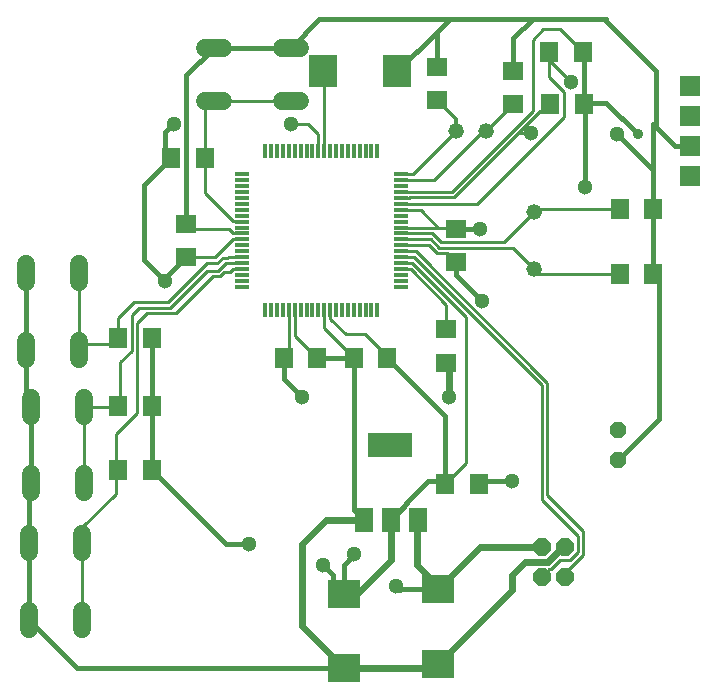
<source format=gbr>
G04 EAGLE Gerber RS-274X export*
G75*
%MOMM*%
%FSLAX34Y34*%
%LPD*%
%INTop Copper*%
%IPPOS*%
%AMOC8*
5,1,8,0,0,1.08239X$1,22.5*%
G01*
%ADD10R,1.800000X1.600000*%
%ADD11R,2.800000X2.400000*%
%ADD12R,1.600000X1.800000*%
%ADD13R,2.400000X2.800000*%
%ADD14R,1.200000X0.300000*%
%ADD15R,0.300000X1.200000*%
%ADD16R,1.498600X2.006600*%
%ADD17R,3.810000X2.006600*%
%ADD18C,1.524000*%
%ADD19P,1.429621X8X292.500000*%
%ADD20C,1.320800*%
%ADD21R,1.600000X1.803000*%
%ADD22R,1.803000X1.600000*%
%ADD23P,1.578125X8X112.500000*%
%ADD24R,1.705100X1.705100*%
%ADD25C,0.254000*%
%ADD26C,0.457200*%
%ADD27C,0.609600*%
%ADD28C,0.406400*%
%ADD29C,1.300000*%
%ADD30C,0.304800*%
%ADD31C,0.906400*%


D10*
X177800Y375890D03*
X177800Y403890D03*
D11*
X391160Y95000D03*
X391160Y32000D03*
X311150Y91190D03*
X311150Y28190D03*
D12*
X260320Y290830D03*
X288320Y290830D03*
D10*
X406400Y372080D03*
X406400Y400080D03*
D12*
X348010Y290830D03*
X320010Y290830D03*
D13*
X293620Y533400D03*
X356620Y533400D03*
D12*
X544800Y361950D03*
X572800Y361950D03*
X544800Y416560D03*
X572800Y416560D03*
D10*
X389890Y509240D03*
X389890Y537240D03*
X454660Y505430D03*
X454660Y533430D03*
D14*
X224850Y446280D03*
X224850Y441280D03*
X224850Y436280D03*
X224850Y431280D03*
X224850Y426280D03*
X224850Y421280D03*
X224850Y416280D03*
X224850Y411280D03*
X224850Y406280D03*
X224850Y401280D03*
X224850Y396280D03*
X224850Y391280D03*
X224850Y386280D03*
X224850Y381280D03*
X224850Y376280D03*
X224850Y371280D03*
X224850Y366280D03*
X224850Y361280D03*
X224850Y356280D03*
X224850Y351280D03*
D15*
X244600Y331530D03*
X249600Y331530D03*
X254600Y331530D03*
X259600Y331530D03*
X264600Y331530D03*
X269600Y331530D03*
X274600Y331530D03*
X279600Y331530D03*
X284600Y331530D03*
X289600Y331530D03*
X294600Y331530D03*
X299600Y331530D03*
X304600Y331530D03*
X309600Y331530D03*
X314600Y331530D03*
X319600Y331530D03*
X324600Y331530D03*
X329600Y331530D03*
X334600Y331530D03*
X339600Y331530D03*
D14*
X359350Y351280D03*
X359350Y356280D03*
X359350Y361280D03*
X359350Y366280D03*
X359350Y371280D03*
X359350Y376280D03*
X359350Y381280D03*
X359350Y386280D03*
X359350Y391280D03*
X359350Y396280D03*
X359350Y401280D03*
X359350Y406280D03*
X359350Y411280D03*
X359350Y416280D03*
X359350Y421280D03*
X359350Y426280D03*
X359350Y431280D03*
X359350Y436280D03*
X359350Y441280D03*
X359350Y446280D03*
D15*
X339600Y466030D03*
X334600Y466030D03*
X329600Y466030D03*
X324600Y466030D03*
X319600Y466030D03*
X314600Y466030D03*
X309600Y466030D03*
X304600Y466030D03*
X299600Y466030D03*
X294600Y466030D03*
X289600Y466030D03*
X284600Y466030D03*
X279600Y466030D03*
X274600Y466030D03*
X269600Y466030D03*
X264600Y466030D03*
X259600Y466030D03*
X254600Y466030D03*
X249600Y466030D03*
X244600Y466030D03*
D16*
X327914Y153924D03*
X350774Y153924D03*
X373634Y153924D03*
D17*
X350520Y216916D03*
D18*
X89916Y141732D02*
X89916Y126492D01*
X44704Y126492D02*
X44704Y141732D01*
X89916Y76708D02*
X89916Y61468D01*
X44704Y61468D02*
X44704Y76708D01*
D19*
X543560Y229870D03*
X543560Y204470D03*
D20*
X472440Y365760D03*
X472440Y414020D03*
X406400Y482600D03*
X431800Y482600D03*
D21*
X164850Y459740D03*
X193290Y459740D03*
D22*
X397510Y286770D03*
X397510Y315210D03*
D21*
X148840Y195580D03*
X120400Y195580D03*
X397260Y184150D03*
X425700Y184150D03*
X514600Y505460D03*
X486160Y505460D03*
X148840Y307340D03*
X120400Y307340D03*
X148840Y250190D03*
X120400Y250190D03*
X513330Y549910D03*
X484890Y549910D03*
D18*
X273812Y508254D02*
X258572Y508254D01*
X258572Y553466D02*
X273812Y553466D01*
X208788Y508254D02*
X193548Y508254D01*
X193548Y553466D02*
X208788Y553466D01*
X87376Y370332D02*
X87376Y355092D01*
X42164Y355092D02*
X42164Y370332D01*
X87376Y305308D02*
X87376Y290068D01*
X42164Y290068D02*
X42164Y305308D01*
X91186Y257302D02*
X91186Y242062D01*
X45974Y242062D02*
X45974Y257302D01*
X91186Y192278D02*
X91186Y177038D01*
X45974Y177038D02*
X45974Y192278D01*
D23*
X478680Y130610D03*
X478680Y105610D03*
X498680Y105610D03*
X498680Y130610D03*
D24*
X604520Y444500D03*
X604520Y469900D03*
X604520Y495300D03*
X604520Y520700D03*
D25*
X391160Y401280D02*
X359350Y401280D01*
X391160Y401280D02*
X405200Y401280D01*
X406400Y400080D01*
X224850Y396280D02*
X224652Y396478D01*
X217482Y396478D01*
X213910Y400050D01*
X269600Y331530D02*
X269600Y309550D01*
X288320Y290830D01*
X294600Y316240D02*
X294600Y331530D01*
X294600Y316240D02*
X320010Y290830D01*
D26*
X391160Y32000D02*
X387350Y28190D01*
D27*
X311150Y28190D01*
D26*
X572800Y361950D02*
X572800Y416560D01*
X320010Y290830D02*
X288320Y290830D01*
X320010Y290830D02*
X320010Y161828D01*
X327914Y153924D01*
X454660Y533430D02*
X454660Y561340D01*
X471170Y577850D01*
X266192Y553466D02*
X201168Y553466D01*
X471170Y577850D02*
X533400Y577850D01*
X572800Y488950D02*
X572800Y444500D01*
X572800Y416560D01*
X572800Y361950D02*
X577850Y356900D01*
X577850Y238760D01*
X543560Y204470D01*
D28*
X471170Y577850D02*
X401070Y577850D01*
D26*
X391670Y568450D01*
X290576Y577850D02*
X266192Y553466D01*
D28*
X290576Y577850D02*
X401070Y577850D01*
D27*
X296164Y153924D02*
X275590Y133350D01*
X275590Y63750D01*
D28*
X177800Y403890D02*
X177800Y530098D01*
X201168Y553466D01*
X406400Y400080D02*
X426690Y400080D01*
X426720Y400050D01*
D29*
X426720Y400050D03*
X542290Y480060D03*
D28*
X572800Y449550D01*
X572800Y444500D01*
D25*
X376160Y416280D02*
X359350Y416280D01*
X376160Y416280D02*
X391160Y401280D01*
D28*
X389890Y537240D02*
X389890Y566670D01*
X391670Y568450D01*
D25*
X181640Y400050D02*
X177800Y403890D01*
X181640Y400050D02*
X213910Y400050D01*
D28*
X356620Y533400D02*
X389890Y566670D01*
D27*
X327914Y153924D02*
X296164Y153924D01*
D28*
X311150Y28190D02*
X85602Y28190D01*
X44704Y69088D01*
D27*
X275590Y63750D02*
X311150Y28190D01*
D28*
X575325Y486425D02*
X572800Y488950D01*
X575325Y486425D02*
X591850Y469900D01*
X604520Y469900D01*
D27*
X453390Y106680D02*
X453390Y94230D01*
X496174Y130610D02*
X498680Y130610D01*
X496174Y130610D02*
X483804Y118240D01*
X464950Y118240D02*
X453390Y106680D01*
X464950Y118240D02*
X483804Y118240D01*
D28*
X44704Y134112D02*
X44704Y69088D01*
X44704Y134112D02*
X44704Y183388D01*
X45974Y184658D01*
X45974Y249682D01*
X42164Y253492D01*
X42164Y297688D01*
X42164Y362712D01*
X575325Y486425D02*
X575325Y534098D01*
X533400Y576023D02*
X533400Y577850D01*
X533400Y576023D02*
X575325Y534098D01*
D27*
X453390Y94230D02*
X391160Y32000D01*
D25*
X393542Y388778D02*
X447198Y388778D01*
X472440Y414020D01*
X393542Y388778D02*
X386040Y396280D01*
D26*
X472440Y414020D02*
X474980Y416560D01*
D25*
X544800Y416560D01*
X386040Y396280D02*
X359350Y396280D01*
X359350Y391280D02*
X384574Y391280D01*
X391648Y384206D01*
X453994Y384206D02*
X472440Y365760D01*
X453994Y384206D02*
X391648Y384206D01*
X476250Y361950D02*
X544800Y361950D01*
X476250Y361950D02*
X472440Y365760D01*
X370080Y446280D02*
X359350Y446280D01*
X370080Y446280D02*
X406400Y482600D01*
D30*
X406400Y492730D01*
X389890Y509240D01*
D25*
X387940Y441280D02*
X359350Y441280D01*
X429260Y482600D02*
X431800Y482600D01*
X429260Y482600D02*
X387940Y441280D01*
X431800Y482600D02*
X454630Y505430D01*
X454660Y505430D01*
X202290Y375890D02*
X177800Y375890D01*
X202290Y375890D02*
X217680Y391280D01*
X264600Y331530D02*
X264600Y295110D01*
X260320Y290830D01*
X359350Y386280D02*
X383108Y386280D01*
X389754Y379634D01*
X398846Y379634D02*
X406400Y372080D01*
X398846Y379634D02*
X389754Y379634D01*
X299798Y331332D02*
X299600Y331530D01*
X299798Y331332D02*
X299798Y324162D01*
X312810Y311150D01*
X328930Y311150D01*
X348010Y292070D02*
X348010Y290830D01*
D27*
X350774Y119634D02*
X322330Y91190D01*
D26*
X350774Y153924D02*
X361823Y164973D01*
X361823Y165746D01*
X364739Y168661D01*
X382767Y186690D01*
X394720Y186690D02*
X397260Y184150D01*
X394720Y186690D02*
X382767Y186690D01*
X311150Y115570D02*
X311150Y91190D01*
X514600Y505460D02*
X514600Y548640D01*
X513330Y549910D01*
X320040Y124460D02*
X311150Y115570D01*
X515620Y453390D02*
X515620Y504440D01*
X514600Y505460D01*
D25*
X414597Y325697D02*
X414597Y201487D01*
X397260Y184150D01*
D26*
X397260Y241580D02*
X348010Y290830D01*
X397260Y241580D02*
X397260Y184150D01*
D29*
X320040Y124460D03*
X160020Y355600D03*
D28*
X160020Y358110D01*
X177800Y375890D01*
X160020Y355600D02*
X142240Y373380D01*
X302260Y100080D02*
X311150Y91190D01*
X302260Y100080D02*
X302260Y106680D01*
X293370Y115570D01*
D29*
X293370Y115570D03*
X231140Y133350D03*
D28*
X142240Y437130D02*
X164850Y459740D01*
X142240Y437130D02*
X142240Y373380D01*
X164850Y459740D02*
X160020Y464570D01*
X160020Y481734D02*
X167236Y488950D01*
D29*
X167236Y488950D03*
X266700Y488950D03*
D28*
X160020Y481734D02*
X160020Y464570D01*
D25*
X266700Y488950D02*
X281138Y488950D01*
X289600Y480488D02*
X289600Y466030D01*
X289600Y480488D02*
X281138Y488950D01*
D27*
X311150Y91190D02*
X322330Y91190D01*
X350774Y119634D02*
X350774Y153924D01*
D29*
X275590Y257810D03*
D28*
X260320Y273080D01*
X260320Y290830D01*
D25*
X359350Y431280D02*
X359548Y431478D01*
X402378Y431478D01*
X471170Y500270D01*
X471170Y560070D01*
X480060Y568960D01*
X494280Y568960D01*
X513330Y549910D01*
D29*
X515620Y435610D03*
D28*
X515620Y453390D01*
D29*
X427994Y339094D03*
D28*
X406400Y360688D01*
X406400Y372080D01*
D25*
X328930Y311150D02*
X348010Y292070D01*
D28*
X364739Y168661D02*
X364739Y168302D01*
X350774Y154337D02*
X350774Y153924D01*
X350774Y154337D02*
X364739Y168302D01*
D25*
X224850Y391280D02*
X217680Y391280D01*
X369014Y371280D02*
X414597Y325697D01*
X369014Y371280D02*
X359350Y371280D01*
D28*
X231140Y133350D02*
X211070Y133350D01*
X148840Y195580D01*
X148840Y250190D01*
X148840Y307340D01*
D31*
X560070Y480060D03*
D28*
X533400Y506730D01*
X515870Y506730D01*
X514600Y505460D01*
D25*
X294600Y532420D02*
X294600Y466030D01*
X294600Y532420D02*
X293620Y533400D01*
X224652Y406478D02*
X224850Y406280D01*
X224652Y406478D02*
X217482Y406478D01*
X201168Y508254D02*
X195580Y508254D01*
X201168Y508254D02*
X266192Y508254D01*
X193290Y430670D02*
X217482Y406478D01*
X193290Y430670D02*
X193290Y459740D01*
X193290Y505964D01*
X195580Y508254D01*
X224850Y376280D02*
X224652Y376082D01*
X213360Y376082D01*
X87376Y362712D02*
X87376Y302260D01*
X87376Y297688D01*
X115320Y302260D02*
X120400Y307340D01*
X115320Y302260D02*
X87376Y302260D01*
X213130Y375852D02*
X213360Y376082D01*
X213130Y375852D02*
X208718Y375852D01*
X204184Y371318D01*
X195580Y371318D02*
X162082Y337820D01*
X133350Y337820D02*
X120400Y324870D01*
X133350Y337820D02*
X162082Y337820D01*
X195580Y371318D02*
X204184Y371318D01*
X120400Y324870D02*
X120400Y307340D01*
X121795Y251585D02*
X120400Y250190D01*
X211260Y371280D02*
X224850Y371280D01*
X120400Y250190D02*
X119892Y249682D01*
X91186Y249682D01*
X91186Y184658D01*
X204470Y364490D02*
X211260Y371280D01*
X121795Y287050D02*
X121795Y251585D01*
X121795Y287050D02*
X131702Y296957D01*
X163976Y333248D02*
X195218Y364490D01*
X131702Y327282D02*
X131702Y296957D01*
X195218Y364490D02*
X204470Y364490D01*
X163976Y333248D02*
X137668Y333248D01*
X131702Y327282D01*
X224652Y366082D02*
X224850Y366280D01*
X224652Y366082D02*
X217482Y366082D01*
X214625Y363225D01*
X120400Y195580D02*
X117985Y193165D01*
X117985Y175385D02*
X89916Y147316D01*
X89916Y134112D01*
X89916Y69088D01*
X209671Y363225D02*
X214625Y363225D01*
X144910Y328676D02*
X136274Y320040D01*
X117985Y226090D02*
X117985Y193165D01*
X117985Y175385D01*
X136274Y244379D02*
X136274Y320040D01*
X136274Y244379D02*
X117985Y226090D01*
X144910Y328676D02*
X168910Y328676D01*
X206364Y359918D02*
X209671Y363225D01*
X200152Y359918D02*
X168910Y328676D01*
X200152Y359918D02*
X206364Y359918D01*
D26*
X391160Y97790D02*
X391160Y95000D01*
D27*
X391160Y97790D02*
X373380Y115570D01*
X373380Y153670D01*
X373634Y153924D01*
X355600Y97790D02*
X358390Y95000D01*
D29*
X355600Y97790D03*
X400050Y257810D03*
D27*
X400050Y284230D02*
X397510Y286770D01*
X400050Y284230D02*
X400050Y257810D01*
X426770Y130610D02*
X478680Y130610D01*
D28*
X391160Y95000D02*
X358390Y95000D01*
D27*
X391160Y95000D02*
X426770Y130610D01*
D26*
X425700Y184150D02*
X428240Y186690D01*
D29*
X453390Y186690D03*
D26*
X428240Y186690D01*
D25*
X359350Y421280D02*
X359548Y421478D01*
X497462Y495077D02*
X497462Y497462D01*
X497840Y497840D01*
X423863Y421478D02*
X359548Y421478D01*
X423863Y421478D02*
X497462Y495077D01*
X497840Y497840D02*
X497840Y515620D01*
X484890Y528570D01*
D29*
X503782Y524510D03*
D25*
X487476Y540816D01*
X484890Y549910D02*
X484890Y528570D01*
X487476Y540816D02*
X484890Y543402D01*
X484890Y549910D01*
X359548Y426478D02*
X359350Y426280D01*
X359548Y426478D02*
X366718Y426478D01*
X366960Y426720D01*
X404086Y426720D01*
X458719Y481354D01*
D29*
X469876Y481354D03*
D25*
X458719Y481354D02*
X477633Y500267D01*
X469876Y481354D02*
X458719Y481354D01*
X477633Y500267D02*
X480967Y500267D01*
X486160Y505460D01*
X371946Y381280D02*
X359350Y381280D01*
X371946Y381280D02*
X483252Y269974D01*
X498680Y109165D02*
X498680Y105610D01*
X498680Y109165D02*
X513844Y124329D01*
X513844Y144016D01*
X483252Y174608D01*
X483252Y269974D01*
X370480Y376280D02*
X359350Y376280D01*
X370480Y376280D02*
X478680Y268080D01*
X509272Y126223D02*
X503067Y120018D01*
X478680Y170290D02*
X478680Y268080D01*
X509272Y139698D02*
X509272Y126223D01*
X509272Y139698D02*
X478680Y170290D01*
X484960Y111890D02*
X478680Y105610D01*
X484960Y111890D02*
X486434Y111890D01*
X494562Y120018D01*
X503067Y120018D01*
X359548Y366082D02*
X359350Y366280D01*
X359548Y366082D02*
X367746Y366082D01*
X398029Y335799D01*
X398029Y315729D01*
X397510Y315210D01*
M02*

</source>
